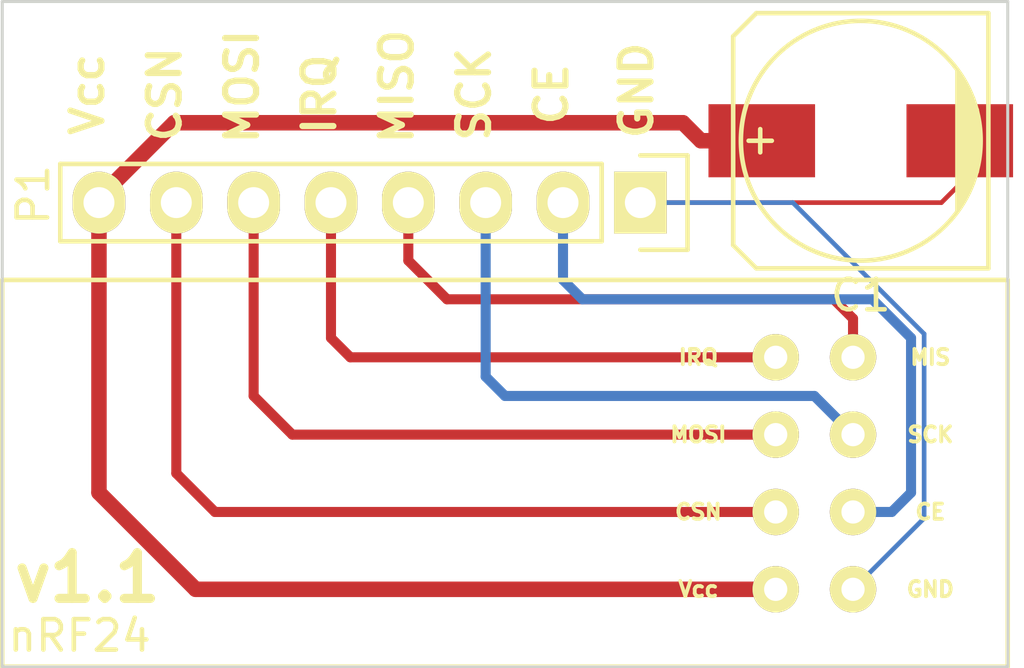
<source format=kicad_pcb>
(kicad_pcb (version 20171130) (host pcbnew "(5.1.12)-1")

  (general
    (thickness 1.6)
    (drawings 13)
    (tracks 41)
    (zones 0)
    (modules 3)
    (nets 9)
  )

  (page A4)
  (title_block
    (title "nRF24 Breakout Board")
    (date "Tue 17 Nov 2015")
    (rev 1.0)
    (company "Tutorial by Tech Explorations")
    (comment 1 "Part of KiCAD: Like a Pro Series")
  )

  (layers
    (0 F.Cu signal)
    (31 B.Cu signal)
    (34 B.Paste user hide)
    (35 F.Paste user hide)
    (36 B.SilkS user)
    (37 F.SilkS user)
    (38 B.Mask user)
    (39 F.Mask user)
    (44 Edge.Cuts user)
  )

  (setup
    (last_trace_width 0.1524)
    (user_trace_width 0.1524)
    (user_trace_width 0.254)
    (user_trace_width 0.3302)
    (user_trace_width 0.508)
    (user_trace_width 0.762)
    (trace_clearance 0.1524)
    (zone_clearance 0.508)
    (zone_45_only no)
    (trace_min 0.1524)
    (via_size 0.6858)
    (via_drill 0.3302)
    (via_min_size 0.6858)
    (via_min_drill 0.3302)
    (user_via 0.6858 0.3302)
    (user_via 0.7366 0.381)
    (user_via 0.8636 0.508)
    (uvia_size 0.762)
    (uvia_drill 0.508)
    (uvias_allowed no)
    (uvia_min_size 0)
    (uvia_min_drill 0)
    (edge_width 0.1)
    (segment_width 0.2)
    (pcb_text_width 0.3)
    (pcb_text_size 1.5 1.5)
    (mod_edge_width 0.15)
    (mod_text_size 1 1)
    (mod_text_width 0.15)
    (pad_size 1.524 1.524)
    (pad_drill 0.762)
    (pad_to_mask_clearance 0)
    (aux_axis_origin 0 0)
    (visible_elements 7FFFFFFF)
    (pcbplotparams
      (layerselection 0x010f0_80000001)
      (usegerberextensions true)
      (usegerberattributes true)
      (usegerberadvancedattributes true)
      (creategerberjobfile true)
      (excludeedgelayer true)
      (linewidth 0.152400)
      (plotframeref false)
      (viasonmask false)
      (mode 1)
      (useauxorigin false)
      (hpglpennumber 1)
      (hpglpenspeed 20)
      (hpglpendiameter 15.000000)
      (psnegative false)
      (psa4output false)
      (plotreference true)
      (plotvalue true)
      (plotinvisibletext false)
      (padsonsilk false)
      (subtractmaskfromsilk false)
      (outputformat 1)
      (mirror false)
      (drillshape 0)
      (scaleselection 1)
      (outputdirectory "gerbers/"))
  )

  (net 0 "")
  (net 1 /CE)
  (net 2 /SCK)
  (net 3 /MIS)
  (net 4 /IRQ)
  (net 5 /MOSI)
  (net 6 /CSN)
  (net 7 /Vcc)
  (net 8 GND)

  (net_class Default "This is the default net class."
    (clearance 0.1524)
    (trace_width 0.1524)
    (via_dia 0.6858)
    (via_drill 0.3302)
    (uvia_dia 0.762)
    (uvia_drill 0.508)
    (add_net /CE)
    (add_net /CSN)
    (add_net /IRQ)
    (add_net /MIS)
    (add_net /MOSI)
    (add_net /SCK)
    (add_net /Vcc)
    (add_net GND)
  )

  (module Capacitors_SMD:c_elec_8x10.5 (layer F.Cu) (tedit 557296FA) (tstamp 5660A482)
    (at 178.054 97.028 180)
    (descr "SMT capacitor, aluminium electrolytic, 8x10.5")
    (path /565D4AEC)
    (attr smd)
    (fp_text reference C1 (at 0 -5.08 180) (layer F.SilkS)
      (effects (font (size 1 1) (thickness 0.15)))
    )
    (fp_text value 1uF (at 0 5.08 180) (layer F.Fab)
      (effects (font (size 1 1) (thickness 0.15)))
    )
    (fp_circle (center 0 0) (end 3.937 0) (layer F.SilkS) (width 0.15))
    (fp_line (start 3.302 -0.381) (end 3.302 0.381) (layer F.SilkS) (width 0.15))
    (fp_line (start 3.683 0) (end 2.921 0) (layer F.SilkS) (width 0.15))
    (fp_line (start 3.429 -4.191) (end -4.191 -4.191) (layer F.SilkS) (width 0.15))
    (fp_line (start 4.191 -3.429) (end 3.429 -4.191) (layer F.SilkS) (width 0.15))
    (fp_line (start 4.191 3.429) (end 4.191 -3.429) (layer F.SilkS) (width 0.15))
    (fp_line (start 3.429 4.191) (end 4.191 3.429) (layer F.SilkS) (width 0.15))
    (fp_line (start -4.191 4.191) (end 3.429 4.191) (layer F.SilkS) (width 0.15))
    (fp_line (start -4.191 -4.191) (end -4.191 4.191) (layer F.SilkS) (width 0.15))
    (fp_line (start -3.175 -2.286) (end -3.175 2.286) (layer F.SilkS) (width 0.15))
    (fp_line (start -3.302 2.032) (end -3.302 -2.032) (layer F.SilkS) (width 0.15))
    (fp_line (start -3.429 1.905) (end -3.429 -1.905) (layer F.SilkS) (width 0.15))
    (fp_line (start -3.556 -1.651) (end -3.556 1.651) (layer F.SilkS) (width 0.15))
    (fp_line (start -3.683 1.397) (end -3.683 -1.397) (layer F.SilkS) (width 0.15))
    (fp_line (start -3.81 -1.016) (end -3.81 1.016) (layer F.SilkS) (width 0.15))
    (fp_line (start -5.35 4.55) (end -5.35 -4.55) (layer F.CrtYd) (width 0.05))
    (fp_line (start 5.35 4.55) (end -5.35 4.55) (layer F.CrtYd) (width 0.05))
    (fp_line (start 5.35 -4.55) (end 5.35 4.55) (layer F.CrtYd) (width 0.05))
    (fp_line (start -5.35 -4.55) (end 5.35 -4.55) (layer F.CrtYd) (width 0.05))
    (pad 1 smd rect (at 3.2512 0 180) (size 3.50012 2.4003) (layers F.Cu F.Paste F.Mask)
      (net 7 /Vcc))
    (pad 2 smd rect (at -3.2512 0 180) (size 3.50012 2.4003) (layers F.Cu F.Paste F.Mask)
      (net 8 GND))
    (model Capacitors_SMD.3dshapes/c_elec_8x10.5.wrl
      (at (xyz 0 0 0))
      (scale (xyz 1 1 1))
      (rotate (xyz 0 0 0))
    )
  )

  (module rf24:nRF24 (layer F.Cu) (tedit 565DF80F) (tstamp 564B79CF)
    (at 170.18 109.22)
    (descr "Breakout for a generic nRF24 module")
    (path /564B6C62)
    (fp_text reference U1 (at 10.795 -10.795) (layer F.SilkS) hide
      (effects (font (size 1 1) (thickness 0.15)))
    )
    (fp_text value nRF24 (at -17.78 4.064) (layer F.SilkS)
      (effects (font (size 1 1) (thickness 0.15)))
    )
    (fp_line (start -20.32 -7.62) (end 12.7 -7.62) (layer F.SilkS) (width 0.15))
    (fp_line (start -20.32 5.08) (end -20.32 -7.62) (layer F.SilkS) (width 0.15))
    (fp_line (start 12.7 5.08) (end -20.32 5.08) (layer F.SilkS) (width 0.15))
    (fp_line (start 12.7 -7.62) (end 12.7 5.08) (layer F.SilkS) (width 0.15))
    (fp_text user Vcc (at 2.54 2.54) (layer F.SilkS)
      (effects (font (size 0.5 0.5) (thickness 0.125)))
    )
    (fp_text user CSN (at 2.54 0) (layer F.SilkS)
      (effects (font (size 0.5 0.5) (thickness 0.125)))
    )
    (fp_text user MOSI (at 2.54 -2.54) (layer F.SilkS)
      (effects (font (size 0.5 0.5) (thickness 0.125)))
    )
    (fp_text user IRQ (at 2.54 -5.08) (layer F.SilkS)
      (effects (font (size 0.5 0.5) (thickness 0.125)))
    )
    (fp_text user MIS (at 10.16 -5.08) (layer F.SilkS)
      (effects (font (size 0.5 0.5) (thickness 0.125)))
    )
    (fp_text user SCK (at 10.16 -2.54) (layer F.SilkS)
      (effects (font (size 0.5 0.5) (thickness 0.125)))
    )
    (fp_text user CE (at 10.16 0) (layer F.SilkS)
      (effects (font (size 0.5 0.5) (thickness 0.125)))
    )
    (fp_text user GND (at 10.16 2.54) (layer F.SilkS)
      (effects (font (size 0.5 0.5) (thickness 0.125)))
    )
    (pad 0 thru_hole circle (at 7.62 2.54) (size 1.524 1.524) (drill 0.762) (layers *.Cu *.Mask F.SilkS)
      (net 8 GND))
    (pad 1 thru_hole circle (at 7.62 0) (size 1.524 1.524) (drill 0.762) (layers *.Cu *.Mask F.SilkS)
      (net 1 /CE))
    (pad 2 thru_hole circle (at 7.62 -2.54) (size 1.524 1.524) (drill 0.762) (layers *.Cu *.Mask F.SilkS)
      (net 2 /SCK))
    (pad 3 thru_hole circle (at 7.62 -5.08) (size 1.524 1.524) (drill 0.762) (layers *.Cu *.Mask F.SilkS)
      (net 3 /MIS))
    (pad 4 thru_hole circle (at 5.08 -5.08) (size 1.524 1.524) (drill 0.762) (layers *.Cu *.Mask F.SilkS)
      (net 4 /IRQ))
    (pad 5 thru_hole circle (at 5.08 -2.54) (size 1.524 1.524) (drill 0.762) (layers *.Cu *.Mask F.SilkS)
      (net 5 /MOSI))
    (pad 6 thru_hole circle (at 5.08 0) (size 1.524 1.524) (drill 0.762) (layers *.Cu *.Mask F.SilkS)
      (net 6 /CSN))
    (pad 7 thru_hole circle (at 5.08 2.54) (size 1.524 1.524) (drill 0.762) (layers *.Cu *.Mask F.SilkS)
      (net 7 /Vcc))
  )

  (module Pin_Headers:Pin_Header_Straight_1x08 (layer F.Cu) (tedit 0) (tstamp 565DF881)
    (at 170.815 99.06 270)
    (descr "Through hole pin header")
    (tags "pin header")
    (path /564B67EB)
    (fp_text reference P1 (at -0.254 19.939 270) (layer F.SilkS)
      (effects (font (size 1 1) (thickness 0.15)))
    )
    (fp_text value CONN_01X08 (at 0 -3.1 270) (layer F.Fab)
      (effects (font (size 1 1) (thickness 0.15)))
    )
    (fp_line (start -1.55 -1.55) (end 1.55 -1.55) (layer F.SilkS) (width 0.15))
    (fp_line (start -1.55 0) (end -1.55 -1.55) (layer F.SilkS) (width 0.15))
    (fp_line (start 1.27 1.27) (end -1.27 1.27) (layer F.SilkS) (width 0.15))
    (fp_line (start 1.55 -1.55) (end 1.55 0) (layer F.SilkS) (width 0.15))
    (fp_line (start -1.27 19.05) (end -1.27 1.27) (layer F.SilkS) (width 0.15))
    (fp_line (start 1.27 19.05) (end -1.27 19.05) (layer F.SilkS) (width 0.15))
    (fp_line (start 1.27 1.27) (end 1.27 19.05) (layer F.SilkS) (width 0.15))
    (fp_line (start -1.75 19.55) (end 1.75 19.55) (layer F.CrtYd) (width 0.05))
    (fp_line (start -1.75 -1.75) (end 1.75 -1.75) (layer F.CrtYd) (width 0.05))
    (fp_line (start 1.75 -1.75) (end 1.75 19.55) (layer F.CrtYd) (width 0.05))
    (fp_line (start -1.75 -1.75) (end -1.75 19.55) (layer F.CrtYd) (width 0.05))
    (pad 1 thru_hole rect (at 0 0 270) (size 2.032 1.7272) (drill 1.016) (layers *.Cu *.Mask F.SilkS)
      (net 8 GND))
    (pad 2 thru_hole oval (at 0 2.54 270) (size 2.032 1.7272) (drill 1.016) (layers *.Cu *.Mask F.SilkS)
      (net 1 /CE))
    (pad 3 thru_hole oval (at 0 5.08 270) (size 2.032 1.7272) (drill 1.016) (layers *.Cu *.Mask F.SilkS)
      (net 2 /SCK))
    (pad 4 thru_hole oval (at 0 7.62 270) (size 2.032 1.7272) (drill 1.016) (layers *.Cu *.Mask F.SilkS)
      (net 3 /MIS))
    (pad 5 thru_hole oval (at 0 10.16 270) (size 2.032 1.7272) (drill 1.016) (layers *.Cu *.Mask F.SilkS)
      (net 4 /IRQ))
    (pad 6 thru_hole oval (at 0 12.7 270) (size 2.032 1.7272) (drill 1.016) (layers *.Cu *.Mask F.SilkS)
      (net 5 /MOSI))
    (pad 7 thru_hole oval (at 0 15.24 270) (size 2.032 1.7272) (drill 1.016) (layers *.Cu *.Mask F.SilkS)
      (net 6 /CSN))
    (pad 8 thru_hole oval (at 0 17.78 270) (size 2.032 1.7272) (drill 1.016) (layers *.Cu *.Mask F.SilkS)
      (net 7 /Vcc))
    (model Pin_Headers.3dshapes/Pin_Header_Straight_1x08.wrl
      (offset (xyz 0 -8.889999866485596 0))
      (scale (xyz 1 1 1))
      (rotate (xyz 0 0 90))
    )
  )

  (gr_text "GND\n" (at 170.688 95.377 90) (layer F.SilkS) (tstamp 565EF775)
    (effects (font (size 1.016 1.016) (thickness 0.2032)))
  )
  (gr_text CE (at 167.894 95.504 90) (layer F.SilkS) (tstamp 565EF763)
    (effects (font (size 1.016 1.016) (thickness 0.2032)))
  )
  (gr_text SCK (at 165.354 95.504 90) (layer F.SilkS) (tstamp 565EF762)
    (effects (font (size 1.016 1.016) (thickness 0.2032)))
  )
  (gr_text "MISO\n" (at 162.814 95.25 90) (layer F.SilkS) (tstamp 565EF761)
    (effects (font (size 1.016 1.016) (thickness 0.2032)))
  )
  (gr_text IRQ (at 160.274 95.504 90) (layer F.SilkS) (tstamp 565EF760)
    (effects (font (size 1.016 1.016) (thickness 0.2032)))
  )
  (gr_text MOSI (at 157.734 95.25 90) (layer F.SilkS) (tstamp 565EF75F)
    (effects (font (size 1.016 1.016) (thickness 0.2032)))
  )
  (gr_text CSN (at 155.194 95.504 90) (layer F.SilkS) (tstamp 565EF75E)
    (effects (font (size 1.016 1.016) (thickness 0.2032)))
  )
  (gr_text Vcc (at 152.654 95.504 90) (layer F.SilkS)
    (effects (font (size 1.016 1.016) (thickness 0.2032)))
  )
  (gr_text v1.1 (at 152.654 111.379) (layer F.SilkS)
    (effects (font (size 1.5 1.5) (thickness 0.3)))
  )
  (gr_line (start 182.88 114.3) (end 182.88 92.456) (angle 90) (layer Edge.Cuts) (width 0.1))
  (gr_line (start 149.86 114.3) (end 182.88 114.3) (angle 90) (layer Edge.Cuts) (width 0.1))
  (gr_line (start 149.86 92.456) (end 149.86 114.3) (angle 90) (layer Edge.Cuts) (width 0.1))
  (gr_line (start 182.88 92.456) (end 149.86 92.456) (angle 90) (layer Edge.Cuts) (width 0.1))

  (segment (start 177.8 109.22) (end 179.07 109.22) (width 0.3302) (layer B.Cu) (net 1))
  (segment (start 179.07 109.22) (end 179.705 108.585) (width 0.3302) (layer B.Cu) (net 1))
  (segment (start 179.705 108.585) (end 179.705 103.505) (width 0.3302) (layer B.Cu) (net 1))
  (segment (start 179.705 103.505) (end 178.435 102.235) (width 0.3302) (layer B.Cu) (net 1))
  (segment (start 178.435 102.235) (end 168.91 102.235) (width 0.3302) (layer B.Cu) (net 1))
  (segment (start 168.91 102.235) (end 168.275 101.6) (width 0.3302) (layer B.Cu) (net 1))
  (segment (start 168.275 101.6) (end 168.275 99.06) (width 0.3302) (layer B.Cu) (net 1))
  (segment (start 177.8 106.68) (end 176.53 105.41) (width 0.3302) (layer B.Cu) (net 2))
  (segment (start 176.53 105.41) (end 166.37 105.41) (width 0.3302) (layer B.Cu) (net 2))
  (segment (start 166.37 105.41) (end 165.735 104.775) (width 0.3302) (layer B.Cu) (net 2))
  (segment (start 165.735 104.775) (end 165.735 99.06) (width 0.3302) (layer B.Cu) (net 2))
  (segment (start 177.8 104.14) (end 177.8 102.87) (width 0.3302) (layer F.Cu) (net 3))
  (segment (start 177.8 102.87) (end 177.165 102.235) (width 0.3302) (layer F.Cu) (net 3))
  (segment (start 177.165 102.235) (end 164.465 102.235) (width 0.3302) (layer F.Cu) (net 3))
  (segment (start 164.465 102.235) (end 163.195 100.965) (width 0.3302) (layer F.Cu) (net 3))
  (segment (start 163.195 100.965) (end 163.195 99.06) (width 0.3302) (layer F.Cu) (net 3))
  (segment (start 160.655 99.06) (end 160.655 103.505) (width 0.3302) (layer F.Cu) (net 4))
  (segment (start 160.655 103.505) (end 161.29 104.14) (width 0.3302) (layer F.Cu) (net 4))
  (segment (start 161.29 104.14) (end 175.26 104.14) (width 0.3302) (layer F.Cu) (net 4))
  (segment (start 158.115 99.06) (end 158.115 105.41) (width 0.3302) (layer F.Cu) (net 5))
  (segment (start 158.115 105.41) (end 159.385 106.68) (width 0.3302) (layer F.Cu) (net 5))
  (segment (start 159.385 106.68) (end 175.26 106.68) (width 0.3302) (layer F.Cu) (net 5))
  (segment (start 155.575 99.06) (end 155.575 107.95) (width 0.3302) (layer F.Cu) (net 6))
  (segment (start 155.575 107.95) (end 156.845 109.22) (width 0.3302) (layer F.Cu) (net 6))
  (segment (start 156.845 109.22) (end 175.26 109.22) (width 0.3302) (layer F.Cu) (net 6))
  (segment (start 174.803 97.028) (end 174.8028 97.028) (width 0.508) (layer F.Cu) (net 7))
  (segment (start 175.26 111.76) (end 156.21 111.76) (width 0.508) (layer F.Cu) (net 7))
  (segment (start 156.21 111.76) (end 153.035 108.585) (width 0.508) (layer F.Cu) (net 7))
  (segment (start 153.035 108.585) (end 153.035 99.06) (width 0.508) (layer F.Cu) (net 7))
  (segment (start 174.8028 97.028) (end 172.803 97.028) (width 0.508) (layer F.Cu) (net 7))
  (segment (start 172.803 97.028) (end 172.212 96.4373) (width 0.508) (layer F.Cu) (net 7))
  (segment (start 172.212 96.4373) (end 155.505 96.4373) (width 0.508) (layer F.Cu) (net 7))
  (segment (start 155.505 96.4373) (end 153.035 98.9076) (width 0.508) (layer F.Cu) (net 7))
  (segment (start 153.035 98.9076) (end 153.035 99.06) (width 0.508) (layer F.Cu) (net 7))
  (segment (start 177.8 111.76) (end 180.1346 109.4254) (width 0.1524) (layer B.Cu) (net 8))
  (segment (start 180.1346 109.4254) (end 180.1346 103.3723) (width 0.1524) (layer B.Cu) (net 8))
  (segment (start 180.1346 103.3723) (end 175.8223 99.06) (width 0.1524) (layer B.Cu) (net 8))
  (segment (start 175.8223 99.06) (end 170.815 99.06) (width 0.1524) (layer B.Cu) (net 8))
  (segment (start 181.3052 97.028) (end 181.3052 98.4569) (width 0.1524) (layer F.Cu) (net 8))
  (segment (start 170.815 99.06) (end 180.7021 99.06) (width 0.1524) (layer F.Cu) (net 8))
  (segment (start 180.7021 99.06) (end 181.3052 98.4569) (width 0.1524) (layer F.Cu) (net 8))

)

</source>
